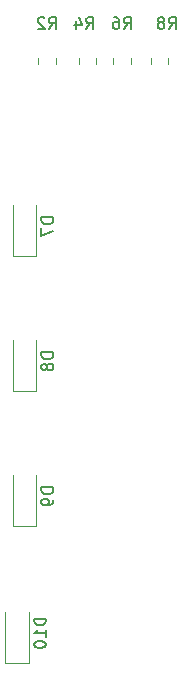
<source format=gbr>
%TF.GenerationSoftware,KiCad,Pcbnew,6.0.6*%
%TF.CreationDate,2022-09-30T13:38:31-04:00*%
%TF.ProjectId,hvac-r,68766163-2d72-42e6-9b69-6361645f7063,rev?*%
%TF.SameCoordinates,Original*%
%TF.FileFunction,Legend,Bot*%
%TF.FilePolarity,Positive*%
%FSLAX46Y46*%
G04 Gerber Fmt 4.6, Leading zero omitted, Abs format (unit mm)*
G04 Created by KiCad (PCBNEW 6.0.6) date 2022-09-30 13:38:31*
%MOMM*%
%LPD*%
G01*
G04 APERTURE LIST*
%ADD10C,0.150000*%
%ADD11C,0.120000*%
G04 APERTURE END LIST*
D10*
%TO.C,D10*%
X112307380Y-110700714D02*
X111307380Y-110700714D01*
X111307380Y-110938809D01*
X111355000Y-111081666D01*
X111450238Y-111176904D01*
X111545476Y-111224523D01*
X111735952Y-111272142D01*
X111878809Y-111272142D01*
X112069285Y-111224523D01*
X112164523Y-111176904D01*
X112259761Y-111081666D01*
X112307380Y-110938809D01*
X112307380Y-110700714D01*
X112307380Y-112224523D02*
X112307380Y-111653095D01*
X112307380Y-111938809D02*
X111307380Y-111938809D01*
X111450238Y-111843571D01*
X111545476Y-111748333D01*
X111593095Y-111653095D01*
X111307380Y-112843571D02*
X111307380Y-112938809D01*
X111355000Y-113034047D01*
X111402619Y-113081666D01*
X111497857Y-113129285D01*
X111688333Y-113176904D01*
X111926428Y-113176904D01*
X112116904Y-113129285D01*
X112212142Y-113081666D01*
X112259761Y-113034047D01*
X112307380Y-112938809D01*
X112307380Y-112843571D01*
X112259761Y-112748333D01*
X112212142Y-112700714D01*
X112116904Y-112653095D01*
X111926428Y-112605476D01*
X111688333Y-112605476D01*
X111497857Y-112653095D01*
X111402619Y-112700714D01*
X111355000Y-112748333D01*
X111307380Y-112843571D01*
%TO.C,D9*%
X112942380Y-99591904D02*
X111942380Y-99591904D01*
X111942380Y-99830000D01*
X111990000Y-99972857D01*
X112085238Y-100068095D01*
X112180476Y-100115714D01*
X112370952Y-100163333D01*
X112513809Y-100163333D01*
X112704285Y-100115714D01*
X112799523Y-100068095D01*
X112894761Y-99972857D01*
X112942380Y-99830000D01*
X112942380Y-99591904D01*
X112942380Y-100639523D02*
X112942380Y-100830000D01*
X112894761Y-100925238D01*
X112847142Y-100972857D01*
X112704285Y-101068095D01*
X112513809Y-101115714D01*
X112132857Y-101115714D01*
X112037619Y-101068095D01*
X111990000Y-101020476D01*
X111942380Y-100925238D01*
X111942380Y-100734761D01*
X111990000Y-100639523D01*
X112037619Y-100591904D01*
X112132857Y-100544285D01*
X112370952Y-100544285D01*
X112466190Y-100591904D01*
X112513809Y-100639523D01*
X112561428Y-100734761D01*
X112561428Y-100925238D01*
X112513809Y-101020476D01*
X112466190Y-101068095D01*
X112370952Y-101115714D01*
%TO.C,D8*%
X112942380Y-88161904D02*
X111942380Y-88161904D01*
X111942380Y-88400000D01*
X111990000Y-88542857D01*
X112085238Y-88638095D01*
X112180476Y-88685714D01*
X112370952Y-88733333D01*
X112513809Y-88733333D01*
X112704285Y-88685714D01*
X112799523Y-88638095D01*
X112894761Y-88542857D01*
X112942380Y-88400000D01*
X112942380Y-88161904D01*
X112370952Y-89304761D02*
X112323333Y-89209523D01*
X112275714Y-89161904D01*
X112180476Y-89114285D01*
X112132857Y-89114285D01*
X112037619Y-89161904D01*
X111990000Y-89209523D01*
X111942380Y-89304761D01*
X111942380Y-89495238D01*
X111990000Y-89590476D01*
X112037619Y-89638095D01*
X112132857Y-89685714D01*
X112180476Y-89685714D01*
X112275714Y-89638095D01*
X112323333Y-89590476D01*
X112370952Y-89495238D01*
X112370952Y-89304761D01*
X112418571Y-89209523D01*
X112466190Y-89161904D01*
X112561428Y-89114285D01*
X112751904Y-89114285D01*
X112847142Y-89161904D01*
X112894761Y-89209523D01*
X112942380Y-89304761D01*
X112942380Y-89495238D01*
X112894761Y-89590476D01*
X112847142Y-89638095D01*
X112751904Y-89685714D01*
X112561428Y-89685714D01*
X112466190Y-89638095D01*
X112418571Y-89590476D01*
X112370952Y-89495238D01*
%TO.C,D7*%
X112942380Y-76731904D02*
X111942380Y-76731904D01*
X111942380Y-76970000D01*
X111990000Y-77112857D01*
X112085238Y-77208095D01*
X112180476Y-77255714D01*
X112370952Y-77303333D01*
X112513809Y-77303333D01*
X112704285Y-77255714D01*
X112799523Y-77208095D01*
X112894761Y-77112857D01*
X112942380Y-76970000D01*
X112942380Y-76731904D01*
X111942380Y-77636666D02*
X111942380Y-78303333D01*
X112942380Y-77874761D01*
%TO.C,R8*%
X122721666Y-60777380D02*
X123055000Y-60301190D01*
X123293095Y-60777380D02*
X123293095Y-59777380D01*
X122912142Y-59777380D01*
X122816904Y-59825000D01*
X122769285Y-59872619D01*
X122721666Y-59967857D01*
X122721666Y-60110714D01*
X122769285Y-60205952D01*
X122816904Y-60253571D01*
X122912142Y-60301190D01*
X123293095Y-60301190D01*
X122150238Y-60205952D02*
X122245476Y-60158333D01*
X122293095Y-60110714D01*
X122340714Y-60015476D01*
X122340714Y-59967857D01*
X122293095Y-59872619D01*
X122245476Y-59825000D01*
X122150238Y-59777380D01*
X121959761Y-59777380D01*
X121864523Y-59825000D01*
X121816904Y-59872619D01*
X121769285Y-59967857D01*
X121769285Y-60015476D01*
X121816904Y-60110714D01*
X121864523Y-60158333D01*
X121959761Y-60205952D01*
X122150238Y-60205952D01*
X122245476Y-60253571D01*
X122293095Y-60301190D01*
X122340714Y-60396428D01*
X122340714Y-60586904D01*
X122293095Y-60682142D01*
X122245476Y-60729761D01*
X122150238Y-60777380D01*
X121959761Y-60777380D01*
X121864523Y-60729761D01*
X121816904Y-60682142D01*
X121769285Y-60586904D01*
X121769285Y-60396428D01*
X121816904Y-60301190D01*
X121864523Y-60253571D01*
X121959761Y-60205952D01*
%TO.C,R6*%
X118911666Y-60777380D02*
X119245000Y-60301190D01*
X119483095Y-60777380D02*
X119483095Y-59777380D01*
X119102142Y-59777380D01*
X119006904Y-59825000D01*
X118959285Y-59872619D01*
X118911666Y-59967857D01*
X118911666Y-60110714D01*
X118959285Y-60205952D01*
X119006904Y-60253571D01*
X119102142Y-60301190D01*
X119483095Y-60301190D01*
X118054523Y-59777380D02*
X118245000Y-59777380D01*
X118340238Y-59825000D01*
X118387857Y-59872619D01*
X118483095Y-60015476D01*
X118530714Y-60205952D01*
X118530714Y-60586904D01*
X118483095Y-60682142D01*
X118435476Y-60729761D01*
X118340238Y-60777380D01*
X118149761Y-60777380D01*
X118054523Y-60729761D01*
X118006904Y-60682142D01*
X117959285Y-60586904D01*
X117959285Y-60348809D01*
X118006904Y-60253571D01*
X118054523Y-60205952D01*
X118149761Y-60158333D01*
X118340238Y-60158333D01*
X118435476Y-60205952D01*
X118483095Y-60253571D01*
X118530714Y-60348809D01*
%TO.C,R4*%
X115736666Y-60777380D02*
X116070000Y-60301190D01*
X116308095Y-60777380D02*
X116308095Y-59777380D01*
X115927142Y-59777380D01*
X115831904Y-59825000D01*
X115784285Y-59872619D01*
X115736666Y-59967857D01*
X115736666Y-60110714D01*
X115784285Y-60205952D01*
X115831904Y-60253571D01*
X115927142Y-60301190D01*
X116308095Y-60301190D01*
X114879523Y-60110714D02*
X114879523Y-60777380D01*
X115117619Y-59729761D02*
X115355714Y-60444047D01*
X114736666Y-60444047D01*
%TO.C,R2*%
X112561666Y-60777380D02*
X112895000Y-60301190D01*
X113133095Y-60777380D02*
X113133095Y-59777380D01*
X112752142Y-59777380D01*
X112656904Y-59825000D01*
X112609285Y-59872619D01*
X112561666Y-59967857D01*
X112561666Y-60110714D01*
X112609285Y-60205952D01*
X112656904Y-60253571D01*
X112752142Y-60301190D01*
X113133095Y-60301190D01*
X112180714Y-59872619D02*
X112133095Y-59825000D01*
X112037857Y-59777380D01*
X111799761Y-59777380D01*
X111704523Y-59825000D01*
X111656904Y-59872619D01*
X111609285Y-59967857D01*
X111609285Y-60063095D01*
X111656904Y-60205952D01*
X112228333Y-60777380D01*
X111609285Y-60777380D01*
D11*
%TO.C,D10*%
X110855000Y-110165000D02*
X110855000Y-114465000D01*
X108855000Y-114465000D02*
X108855000Y-110165000D01*
X110855000Y-114465000D02*
X108855000Y-114465000D01*
%TO.C,D9*%
X111490000Y-98580000D02*
X111490000Y-102880000D01*
X109490000Y-102880000D02*
X109490000Y-98580000D01*
X111490000Y-102880000D02*
X109490000Y-102880000D01*
%TO.C,D8*%
X111490000Y-87150000D02*
X111490000Y-91450000D01*
X109490000Y-91450000D02*
X109490000Y-87150000D01*
X111490000Y-91450000D02*
X109490000Y-91450000D01*
%TO.C,D7*%
X111490000Y-75720000D02*
X111490000Y-80020000D01*
X109490000Y-80020000D02*
X109490000Y-75720000D01*
X111490000Y-80020000D02*
X109490000Y-80020000D01*
%TO.C,R8*%
X122655000Y-63727064D02*
X122655000Y-63272936D01*
X121185000Y-63727064D02*
X121185000Y-63272936D01*
%TO.C,R6*%
X119480000Y-63727064D02*
X119480000Y-63272936D01*
X118010000Y-63727064D02*
X118010000Y-63272936D01*
%TO.C,R4*%
X116575000Y-63727064D02*
X116575000Y-63272936D01*
X115105000Y-63727064D02*
X115105000Y-63272936D01*
%TO.C,R2*%
X113130000Y-63727064D02*
X113130000Y-63272936D01*
X111660000Y-63727064D02*
X111660000Y-63272936D01*
%TD*%
M02*

</source>
